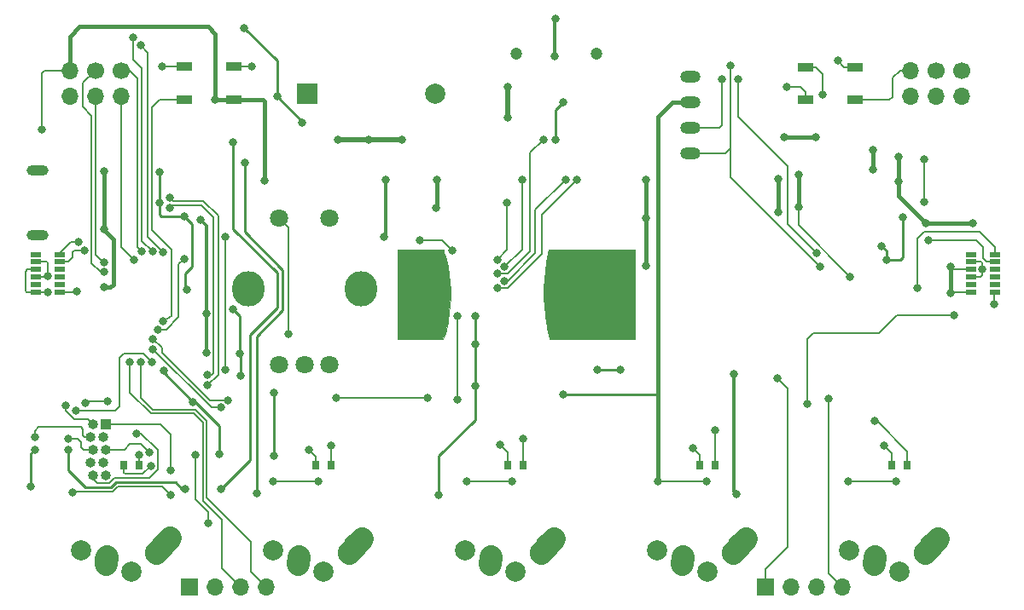
<source format=gtl>
G04 #@! TF.GenerationSoftware,KiCad,Pcbnew,(5.1.0)-1*
G04 #@! TF.CreationDate,2019-06-03T00:00:12-06:00*
G04 #@! TF.ProjectId,laser-theremin,6c617365-722d-4746-9865-72656d696e2e,rev?*
G04 #@! TF.SameCoordinates,Original*
G04 #@! TF.FileFunction,Copper,L1,Top*
G04 #@! TF.FilePolarity,Positive*
%FSLAX46Y46*%
G04 Gerber Fmt 4.6, Leading zero omitted, Abs format (unit mm)*
G04 Created by KiCad (PCBNEW (5.1.0)-1) date 2019-06-03 00:00:12*
%MOMM*%
%LPD*%
G04 APERTURE LIST*
%ADD10C,0.010000*%
%ADD11C,1.800000*%
%ADD12O,3.200000X3.500000*%
%ADD13C,2.250000*%
%ADD14C,2.250000*%
%ADD15C,2.000000*%
%ADD16R,2.000000X2.000000*%
%ADD17C,1.700000*%
%ADD18O,1.700000X1.700000*%
%ADD19C,1.200000*%
%ADD20R,1.000000X0.550000*%
%ADD21O,2.150000X1.050000*%
%ADD22R,1.498600X0.899160*%
%ADD23R,0.762000X0.889000*%
%ADD24O,2.000000X1.200000*%
%ADD25R,1.700000X1.700000*%
%ADD26O,1.000000X1.000000*%
%ADD27R,1.000000X1.000000*%
%ADD28C,0.800000*%
%ADD29C,0.177800*%
%ADD30C,0.381000*%
%ADD31C,0.508000*%
%ADD32C,0.254000*%
%ADD33C,0.304800*%
%ADD34C,0.200000*%
G04 APERTURE END LIST*
D10*
G36*
X158948000Y-96408500D02*
G01*
X150504132Y-96408500D01*
X150483356Y-96329125D01*
X150408669Y-96027546D01*
X150334538Y-95697443D01*
X150263859Y-95352560D01*
X150199529Y-95006641D01*
X150176360Y-94871886D01*
X150052106Y-94005999D01*
X149968699Y-93135918D01*
X149926084Y-92263993D01*
X149924208Y-91392576D01*
X149963017Y-90524016D01*
X150042456Y-89660666D01*
X150162471Y-88804874D01*
X150323008Y-87958992D01*
X150337076Y-87894208D01*
X150424049Y-87497333D01*
X158948000Y-87497333D01*
X158948000Y-96408500D01*
X158948000Y-96408500D01*
G37*
X158948000Y-96408500D02*
X150504132Y-96408500D01*
X150483356Y-96329125D01*
X150408669Y-96027546D01*
X150334538Y-95697443D01*
X150263859Y-95352560D01*
X150199529Y-95006641D01*
X150176360Y-94871886D01*
X150052106Y-94005999D01*
X149968699Y-93135918D01*
X149926084Y-92263993D01*
X149924208Y-91392576D01*
X149963017Y-90524016D01*
X150042456Y-89660666D01*
X150162471Y-88804874D01*
X150323008Y-87958992D01*
X150337076Y-87894208D01*
X150424049Y-87497333D01*
X158948000Y-87497333D01*
X158948000Y-96408500D01*
G36*
X139949470Y-87507917D02*
G01*
X140029376Y-87772500D01*
X140227895Y-88501997D01*
X140387625Y-89245772D01*
X140508322Y-90000597D01*
X140589740Y-90763241D01*
X140631634Y-91530477D01*
X140633758Y-92299074D01*
X140595868Y-93065803D01*
X140517719Y-93827436D01*
X140499357Y-93963750D01*
X140443742Y-94322432D01*
X140375442Y-94697325D01*
X140296979Y-95076964D01*
X140210875Y-95449886D01*
X140119651Y-95804627D01*
X140025828Y-96129724D01*
X140015754Y-96162233D01*
X139938877Y-96408500D01*
X135389500Y-96408500D01*
X135389500Y-87497143D01*
X139949470Y-87507917D01*
X139949470Y-87507917D01*
G37*
X139949470Y-87507917D02*
X140029376Y-87772500D01*
X140227895Y-88501997D01*
X140387625Y-89245772D01*
X140508322Y-90000597D01*
X140589740Y-90763241D01*
X140631634Y-91530477D01*
X140633758Y-92299074D01*
X140595868Y-93065803D01*
X140517719Y-93827436D01*
X140499357Y-93963750D01*
X140443742Y-94322432D01*
X140375442Y-94697325D01*
X140296979Y-95076964D01*
X140210875Y-95449886D01*
X140119651Y-95804627D01*
X140025828Y-96129724D01*
X140015754Y-96162233D01*
X139938877Y-96408500D01*
X135389500Y-96408500D01*
X135389500Y-87497143D01*
X139949470Y-87507917D01*
D11*
X126170000Y-98930000D03*
X128670000Y-84430000D03*
X123670000Y-84430000D03*
X123670000Y-98930000D03*
X128670000Y-98930000D03*
D12*
X131770000Y-91430000D03*
X120570000Y-91430000D03*
D13*
X106480000Y-118390000D03*
D14*
X106505506Y-118015868D02*
X106454494Y-118764132D01*
D15*
X108990000Y-119540000D03*
X103990000Y-117440000D03*
D13*
X111490000Y-117640000D03*
X112145005Y-116910004D03*
D14*
X112800000Y-116180000D02*
X111490010Y-117640008D01*
D13*
X125555000Y-118410000D03*
D14*
X125580506Y-118035868D02*
X125529494Y-118784132D01*
D15*
X128065000Y-119560000D03*
X123065000Y-117460000D03*
D13*
X130565000Y-117660000D03*
X131220005Y-116930004D03*
D14*
X131875000Y-116200000D02*
X130565010Y-117660008D01*
D13*
X144605000Y-118410000D03*
D14*
X144630506Y-118035868D02*
X144579494Y-118784132D01*
D15*
X147115000Y-119560000D03*
X142115000Y-117460000D03*
D13*
X149615000Y-117660000D03*
X150270005Y-116930004D03*
D14*
X150925000Y-116200000D02*
X149615010Y-117660008D01*
D13*
X163655000Y-118410000D03*
D14*
X163680506Y-118035868D02*
X163629494Y-118784132D01*
D15*
X166165000Y-119560000D03*
X161165000Y-117460000D03*
D13*
X168665000Y-117660000D03*
X169320005Y-116930004D03*
D14*
X169975000Y-116200000D02*
X168665010Y-117660008D01*
D13*
X182705000Y-118410000D03*
D14*
X182730506Y-118035868D02*
X182679494Y-118784132D01*
D15*
X185215000Y-119560000D03*
X180215000Y-117460000D03*
D13*
X187715000Y-117660000D03*
X188370005Y-116930004D03*
D14*
X189025000Y-116200000D02*
X187715010Y-117660008D01*
D15*
X139150000Y-72000000D03*
D16*
X126450000Y-72000000D03*
D17*
X191340000Y-69710000D03*
D18*
X191340000Y-72250000D03*
D17*
X188800000Y-69710000D03*
D18*
X188800000Y-72250000D03*
X186260000Y-69710000D03*
X186260000Y-72250000D03*
D17*
X107990000Y-69710000D03*
D18*
X107990000Y-72250000D03*
D17*
X105450000Y-69710000D03*
D18*
X105450000Y-72250000D03*
X102910000Y-69710000D03*
X102910000Y-72250000D03*
D19*
X155130000Y-68090000D03*
X147150000Y-68090000D03*
D20*
X99510000Y-91750000D03*
X99510000Y-91000000D03*
X99510000Y-90250000D03*
X99510000Y-89500000D03*
X99510000Y-88750000D03*
X99510000Y-88000000D03*
X101910000Y-91750000D03*
X101910000Y-89500000D03*
X101910000Y-88750000D03*
X101910000Y-88000000D03*
X101910000Y-90250000D03*
X101910000Y-91000000D03*
X194670000Y-91000000D03*
X194670000Y-90250000D03*
X194670000Y-88000000D03*
X194670000Y-88750000D03*
X194670000Y-89500000D03*
X194670000Y-91750000D03*
X192270000Y-88000000D03*
X192270000Y-88750000D03*
X192270000Y-89500000D03*
X192270000Y-90250000D03*
X192270000Y-91000000D03*
X192270000Y-91750000D03*
D21*
X99650000Y-79645000D03*
X99650000Y-86095000D03*
D22*
X114231440Y-69301540D03*
X114231440Y-72598460D03*
X119128560Y-72598460D03*
X119128560Y-69301540D03*
X180778560Y-69371540D03*
X180778560Y-72668460D03*
X175881440Y-72668460D03*
X175881440Y-69371540D03*
D23*
X109782000Y-108910000D03*
X108258000Y-108910000D03*
X127303000Y-108910000D03*
X128827000Y-108910000D03*
X147877000Y-108910000D03*
X146353000Y-108910000D03*
X165403000Y-108910000D03*
X166927000Y-108910000D03*
X184453000Y-108910000D03*
X185977000Y-108910000D03*
D24*
X164430000Y-70340000D03*
X164430000Y-72880000D03*
X164430000Y-75420000D03*
X164430000Y-77960000D03*
D25*
X171870000Y-121040000D03*
D18*
X174410000Y-121040000D03*
X176950000Y-121040000D03*
X179490000Y-121040000D03*
X122350000Y-121050000D03*
X119810000Y-121050000D03*
X117270000Y-121050000D03*
D25*
X114730000Y-121050000D03*
D26*
X105170000Y-109940000D03*
X106440000Y-109940000D03*
X104970000Y-108670000D03*
X106240000Y-108670000D03*
X105170000Y-107400000D03*
X106440000Y-107400000D03*
X104970000Y-106130000D03*
X106240000Y-106130000D03*
X105170000Y-104860000D03*
D27*
X106440000Y-104860000D03*
D28*
X112020000Y-69290000D03*
X185100000Y-78290000D03*
X185100000Y-80760000D03*
X190280000Y-89190000D03*
X129470000Y-76590000D03*
X135870000Y-76620000D03*
X132530000Y-76590000D03*
X146320000Y-71400000D03*
X146320000Y-74370000D03*
X187820000Y-84900000D03*
X192490000Y-84870000D03*
X190260000Y-91850000D03*
X143090000Y-96910000D03*
X143100000Y-94140000D03*
X155200000Y-99440000D03*
X157550000Y-99450000D03*
X106300000Y-85520000D03*
X173150000Y-83770000D03*
X173140000Y-80520000D03*
X139270000Y-80600000D03*
X139250000Y-83370000D03*
X106300000Y-79720000D03*
X143090000Y-101100000D03*
X139480000Y-111910000D03*
X160020000Y-80620000D03*
X160020000Y-84400000D03*
X160020000Y-89130000D03*
X177580000Y-72100000D03*
X176870000Y-76370000D03*
X173750000Y-76360000D03*
X99410000Y-107440000D03*
X99050000Y-111050000D03*
X110800000Y-107680000D03*
X116590000Y-114690000D03*
X123150000Y-108030000D03*
X123140000Y-101740000D03*
X111830000Y-82890000D03*
X111820000Y-79790000D03*
X112180000Y-99560000D03*
X115120000Y-102660000D03*
X114270000Y-84200000D03*
X100710000Y-91790000D03*
X106290000Y-91280000D03*
X117750000Y-107890000D03*
X119780000Y-97900000D03*
X119810000Y-100040000D03*
X115320000Y-107910000D03*
X168770000Y-99920000D03*
X169040000Y-111860000D03*
X151020000Y-68320000D03*
X151060000Y-64550000D03*
X114500000Y-91480000D03*
X119100000Y-93470000D03*
X125950000Y-74880000D03*
X123440000Y-72280000D03*
X120180000Y-65500000D03*
X123080000Y-110530000D03*
X127570000Y-110530000D03*
X142300000Y-110530000D03*
X146730000Y-110530000D03*
X161250000Y-110530000D03*
X166060000Y-110530000D03*
X180090000Y-110530000D03*
X184820000Y-110530000D03*
X100100000Y-75590000D03*
X117330000Y-72620000D03*
X122230000Y-80670000D03*
X175190000Y-80120000D03*
X175190000Y-83260000D03*
X180320000Y-90220000D03*
X151050000Y-76610000D03*
X151830000Y-72880000D03*
X151830000Y-101960000D03*
X103170000Y-111680000D03*
X112860000Y-111910000D03*
X112900000Y-109460000D03*
X116440000Y-97750000D03*
X115890000Y-84590000D03*
X116440000Y-93900000D03*
X182550000Y-77630000D03*
X182590000Y-79540000D03*
X193450000Y-89440000D03*
X183940000Y-88570000D03*
X185550000Y-84340000D03*
X183460000Y-87160000D03*
X100725000Y-90125000D03*
X146280000Y-82870000D03*
X187660000Y-82800000D03*
X187660000Y-78590000D03*
X145310000Y-88540000D03*
X111610000Y-95470000D03*
X114240000Y-88430000D03*
X134100000Y-86290000D03*
X134210000Y-80630000D03*
X118300000Y-99500000D03*
X118340000Y-86300000D03*
X103555000Y-91695000D03*
X190620000Y-94060000D03*
X129310000Y-102240000D03*
X138370000Y-102240000D03*
X176090000Y-102820000D03*
X194570000Y-92920000D03*
X102500000Y-103060000D03*
X99420000Y-106150000D03*
X106640000Y-102630000D03*
X104460000Y-102770000D03*
X152080000Y-80560000D03*
X146040000Y-90640000D03*
X153200000Y-80550000D03*
X145310000Y-91340000D03*
X149860000Y-76570000D03*
X145310000Y-89940000D03*
X147750000Y-80550000D03*
X146030000Y-89240000D03*
X188040000Y-86570000D03*
X104330000Y-87600000D03*
X167630000Y-70600000D03*
X169170000Y-70610000D03*
X177000000Y-87880000D03*
X106290000Y-88760000D03*
X168410000Y-69220000D03*
X177330000Y-89220000D03*
X106270000Y-89770000D03*
X186960000Y-91310000D03*
X103720000Y-86790000D03*
X137650000Y-86590000D03*
X140860000Y-87590000D03*
X116550000Y-99975000D03*
X112810000Y-83415000D03*
X116550000Y-101025000D03*
X112810000Y-82365000D03*
X109160000Y-66480000D03*
X111100000Y-87730000D03*
X112170000Y-87780000D03*
X109910000Y-67220000D03*
X109260000Y-88560000D03*
X110010000Y-87720000D03*
X120930000Y-69290000D03*
X174000000Y-71380000D03*
X164680000Y-107250000D03*
X112140000Y-94610000D03*
X124590000Y-95950000D03*
X109780000Y-107950000D03*
X110920000Y-109040000D03*
X126580000Y-107410000D03*
X128820000Y-107010000D03*
X147880000Y-106290000D03*
X145610000Y-106960000D03*
X166910000Y-105520000D03*
X183690000Y-107000000D03*
X182710000Y-104580000D03*
X121460000Y-111780000D03*
X120240000Y-78900000D03*
X178160000Y-102330000D03*
X173080000Y-100320000D03*
X179080000Y-68750000D03*
X109930000Y-98720000D03*
X108830000Y-98730000D03*
X141360000Y-94150000D03*
X141360000Y-102460000D03*
X109510000Y-105780000D03*
X102700000Y-106300000D03*
X103500000Y-103530000D03*
X111030000Y-98720000D03*
X111140000Y-96390000D03*
X118570000Y-102490000D03*
X111120000Y-97400000D03*
X117860000Y-103210000D03*
X102710000Y-107430000D03*
X114360000Y-111300000D03*
X117870000Y-111310000D03*
X119110000Y-76850000D03*
D29*
X112031540Y-69301540D02*
X112020000Y-69290000D01*
X114231440Y-69301540D02*
X112031540Y-69301540D01*
X99510000Y-89500000D02*
X98690000Y-89500000D01*
X98690000Y-89500000D02*
X98470000Y-89720000D01*
X98470000Y-89720000D02*
X98470000Y-91620000D01*
X98600000Y-91750000D02*
X99510000Y-91750000D01*
X98470000Y-91620000D02*
X98600000Y-91750000D01*
X192270000Y-89500000D02*
X191050000Y-89500000D01*
D30*
X185100000Y-78290000D02*
X185100000Y-80760000D01*
D29*
X191050000Y-89500000D02*
X190590000Y-89500000D01*
X190590000Y-89500000D02*
X190280000Y-89190000D01*
D31*
X129470000Y-76590000D02*
X132530000Y-76590000D01*
X135840000Y-76590000D02*
X135870000Y-76620000D01*
X132530000Y-76590000D02*
X135840000Y-76590000D01*
X146320000Y-71400000D02*
X146320000Y-74370000D01*
D30*
X185100000Y-80760000D02*
X185100000Y-82180000D01*
X185100000Y-82180000D02*
X187820000Y-84900000D01*
X187820000Y-84900000D02*
X192460000Y-84900000D01*
X192460000Y-84900000D02*
X192490000Y-84870000D01*
X190280000Y-89190000D02*
X190280000Y-91830000D01*
X190280000Y-91830000D02*
X190260000Y-91850000D01*
D29*
X190360000Y-91750000D02*
X190260000Y-91850000D01*
X192270000Y-91750000D02*
X190360000Y-91750000D01*
D32*
X143090000Y-96910000D02*
X143090000Y-94150000D01*
X143090000Y-94150000D02*
X143100000Y-94140000D01*
X155200000Y-99440000D02*
X157540000Y-99440000D01*
X157540000Y-99440000D02*
X157550000Y-99450000D01*
D30*
X173150000Y-83770000D02*
X173150000Y-80530000D01*
X173150000Y-80530000D02*
X173140000Y-80520000D01*
X139270000Y-80600000D02*
X139270000Y-83350000D01*
X139270000Y-83350000D02*
X139250000Y-83370000D01*
X106300000Y-85520000D02*
X106300000Y-79720000D01*
D32*
X143090000Y-96910000D02*
X143090000Y-101100000D01*
X143090000Y-101100000D02*
X143090000Y-104440000D01*
X143090000Y-104440000D02*
X139490000Y-108040000D01*
X139490000Y-108040000D02*
X139490000Y-111900000D01*
X139490000Y-111900000D02*
X139480000Y-111910000D01*
D30*
X160020000Y-80620000D02*
X160020000Y-84400000D01*
X160020000Y-84400000D02*
X160020000Y-89130000D01*
D29*
X175881440Y-69371540D02*
X176881540Y-69371540D01*
X177580000Y-70070000D02*
X177580000Y-72100000D01*
X176881540Y-69371540D02*
X177580000Y-70070000D01*
D30*
X176870000Y-76370000D02*
X173760000Y-76370000D01*
X173760000Y-76370000D02*
X173750000Y-76360000D01*
D32*
X99410000Y-107440000D02*
X99050000Y-107800000D01*
X99050000Y-107800000D02*
X99050000Y-111050000D01*
D29*
X106440000Y-107400000D02*
X108320000Y-107400000D01*
X108320000Y-107400000D02*
X108870000Y-106850000D01*
X108870000Y-106850000D02*
X109970000Y-106850000D01*
X109970000Y-106850000D02*
X110800000Y-107680000D01*
D32*
X123150000Y-108030000D02*
X123150000Y-101750000D01*
X123150000Y-101750000D02*
X123140000Y-101740000D01*
X111830000Y-82890000D02*
X111830000Y-79800000D01*
X111830000Y-79800000D02*
X111820000Y-79790000D01*
X112180000Y-99560000D02*
X112180000Y-99720000D01*
X112180000Y-99720000D02*
X115120000Y-102660000D01*
X114340000Y-89910000D02*
X115050000Y-89200000D01*
X115050000Y-89200000D02*
X115050000Y-84980000D01*
X115050000Y-84980000D02*
X114270000Y-84200000D01*
X111830000Y-82890000D02*
X111830000Y-84050000D01*
X111980000Y-84200000D02*
X114270000Y-84200000D01*
X111830000Y-84050000D02*
X111980000Y-84200000D01*
D29*
X99550000Y-91790000D02*
X99510000Y-91750000D01*
X100710000Y-91790000D02*
X99550000Y-91790000D01*
D30*
X106290000Y-91280000D02*
X106910000Y-91280000D01*
X106910000Y-91280000D02*
X107220000Y-90970000D01*
X107220000Y-90970000D02*
X107220000Y-86520000D01*
D32*
X106300000Y-85600000D02*
X106300000Y-85520000D01*
D30*
X107220000Y-86520000D02*
X106300000Y-85600000D01*
D32*
X115120000Y-102660000D02*
X115330000Y-102660000D01*
X115330000Y-102660000D02*
X117750000Y-105080000D01*
X117750000Y-105080000D02*
X117750000Y-107890000D01*
X119780000Y-97900000D02*
X119810000Y-97930000D01*
X119810000Y-97930000D02*
X119810000Y-100040000D01*
D29*
X116590000Y-113640000D02*
X116590000Y-114690000D01*
X115320000Y-112370000D02*
X116590000Y-113640000D01*
X115320000Y-107700000D02*
X115320000Y-112370000D01*
D33*
X168770000Y-99920000D02*
X168770000Y-111590000D01*
X168770000Y-111590000D02*
X169040000Y-111860000D01*
X151020000Y-68320000D02*
X151020000Y-64590000D01*
X151020000Y-64590000D02*
X151060000Y-64550000D01*
D32*
X114340000Y-89910000D02*
X114340000Y-91320000D01*
X114340000Y-91320000D02*
X114500000Y-91480000D01*
X119780000Y-97900000D02*
X119780000Y-94150000D01*
X119780000Y-94150000D02*
X119100000Y-93470000D01*
X125950000Y-74880000D02*
X125950000Y-74790000D01*
X125950000Y-74790000D02*
X123440000Y-72280000D01*
X123440000Y-72280000D02*
X123440000Y-68760000D01*
X123440000Y-68760000D02*
X120180000Y-65500000D01*
D29*
X123080000Y-110530000D02*
X127570000Y-110530000D01*
X142300000Y-110530000D02*
X146730000Y-110530000D01*
X161250000Y-110530000D02*
X166060000Y-110530000D01*
X180090000Y-110530000D02*
X184820000Y-110530000D01*
X102910000Y-69710000D02*
X100380000Y-69710000D01*
X100380000Y-69710000D02*
X100100000Y-69990000D01*
X100100000Y-69990000D02*
X100100000Y-75590000D01*
D30*
X119128560Y-72598460D02*
X117351540Y-72598460D01*
X117351540Y-72598460D02*
X117330000Y-72620000D01*
X117330000Y-72620000D02*
X117330000Y-66070000D01*
X117330000Y-66070000D02*
X116640000Y-65380000D01*
X116640000Y-65380000D02*
X103870000Y-65380000D01*
X102910000Y-66340000D02*
X102910000Y-69710000D01*
X103870000Y-65380000D02*
X102910000Y-66340000D01*
X119128560Y-72598460D02*
X121528460Y-72598460D01*
X121528460Y-72598460D02*
X122058460Y-72598460D01*
X122058460Y-72598460D02*
X122230000Y-72770000D01*
X122230000Y-72770000D02*
X122230000Y-80670000D01*
X175190000Y-80120000D02*
X175190000Y-83260000D01*
D29*
X175190000Y-83260000D02*
X175190000Y-85090000D01*
X175190000Y-85090000D02*
X180320000Y-90220000D01*
D32*
X151050000Y-73660000D02*
X151830000Y-72880000D01*
X151050000Y-76610000D02*
X151050000Y-73660000D01*
D30*
X162660000Y-72880000D02*
X164430000Y-72880000D01*
X161250000Y-74290000D02*
X162660000Y-72880000D01*
D32*
X161250000Y-101600000D02*
X161250000Y-101800000D01*
D30*
X161250000Y-101600000D02*
X161250000Y-74290000D01*
X161250000Y-110530000D02*
X161250000Y-101600000D01*
D32*
X161090000Y-101960000D02*
X151830000Y-101960000D01*
X161250000Y-101800000D02*
X161090000Y-101960000D01*
D29*
X180778560Y-72668460D02*
X184181540Y-72668460D01*
X184181540Y-72668460D02*
X184510000Y-72340000D01*
X184510000Y-72340000D02*
X184510000Y-70450000D01*
X184510000Y-70450000D02*
X185250000Y-69710000D01*
X185250000Y-69710000D02*
X186250000Y-69710000D01*
X103170000Y-111680000D02*
X103250000Y-111600000D01*
X103250000Y-111600000D02*
X107150000Y-111600000D01*
X107150000Y-111600000D02*
X107650000Y-111100000D01*
X107650000Y-111100000D02*
X112050000Y-111100000D01*
X112050000Y-111100000D02*
X112860000Y-111910000D01*
X106440000Y-104860000D02*
X111870000Y-104860000D01*
X111870000Y-104860000D02*
X112900000Y-105890000D01*
X112900000Y-105890000D02*
X112900000Y-109460000D01*
D33*
X116440000Y-85140000D02*
X115890000Y-84590000D01*
X116440000Y-97750000D02*
X116440000Y-93900000D01*
X116440000Y-93900000D02*
X116440000Y-85140000D01*
D30*
X182550000Y-77630000D02*
X182590000Y-77670000D01*
X182590000Y-77670000D02*
X182590000Y-79540000D01*
D29*
X99510000Y-88750000D02*
X100600000Y-88750000D01*
X100600000Y-88750000D02*
X100740000Y-88890000D01*
X100740000Y-88890000D02*
X100740000Y-89430000D01*
X100740000Y-89430000D02*
X100740000Y-90110000D01*
X100600000Y-90250000D02*
X99510000Y-90250000D01*
X100740000Y-90110000D02*
X100725000Y-90125000D01*
X192270000Y-88750000D02*
X193290000Y-88750000D01*
X193290000Y-88750000D02*
X193450000Y-88910000D01*
X193450000Y-88910000D02*
X193450000Y-89440000D01*
X192270000Y-90250000D02*
X193270000Y-90250000D01*
X193450000Y-90070000D02*
X193450000Y-89440000D01*
X193270000Y-90250000D02*
X193450000Y-90070000D01*
D32*
X185290000Y-88570000D02*
X183940000Y-88570000D01*
X185550000Y-84340000D02*
X185550000Y-88310000D01*
X185550000Y-88310000D02*
X185290000Y-88570000D01*
X183940000Y-87640000D02*
X183940000Y-88570000D01*
X183460000Y-87160000D02*
X183940000Y-87640000D01*
D29*
X100725000Y-90125000D02*
X100600000Y-90250000D01*
X146270000Y-82880000D02*
X146280000Y-82870000D01*
X187660000Y-82800000D02*
X187660000Y-78590000D01*
X146280000Y-82870000D02*
X146280000Y-86630000D01*
X146280000Y-86630000D02*
X146280000Y-87570000D01*
X146280000Y-87570000D02*
X145310000Y-88540000D01*
X111610000Y-95470000D02*
X111620000Y-95460000D01*
X111620000Y-95460000D02*
X112440000Y-95460000D01*
X112440000Y-95460000D02*
X113680000Y-94220000D01*
X113680000Y-94220000D02*
X113680000Y-88990000D01*
X113680000Y-88990000D02*
X114240000Y-88430000D01*
D33*
X134100000Y-86290000D02*
X134210000Y-86180000D01*
X134210000Y-86180000D02*
X134210000Y-80630000D01*
D29*
X118340000Y-99460000D02*
X118340000Y-86300000D01*
X118300000Y-99500000D02*
X118340000Y-99460000D01*
X103500000Y-91750000D02*
X103555000Y-91695000D01*
X101910000Y-91750000D02*
X103500000Y-91750000D01*
X176090000Y-102820000D02*
X176090000Y-96450000D01*
X176090000Y-96450000D02*
X176670000Y-95870000D01*
X176670000Y-95870000D02*
X183170000Y-95870000D01*
X184980000Y-94060000D02*
X190620000Y-94060000D01*
X183170000Y-95870000D02*
X184980000Y-94060000D01*
X129310000Y-102240000D02*
X138370000Y-102240000D01*
X194570000Y-91850000D02*
X194670000Y-91750000D01*
X194570000Y-92920000D02*
X194570000Y-91850000D01*
X104890000Y-105140000D02*
X105170000Y-104860000D01*
X102500000Y-103060000D02*
X102500000Y-103550000D01*
X102500000Y-103550000D02*
X103340000Y-104390000D01*
X104700000Y-104390000D02*
X105170000Y-104860000D01*
X103340000Y-104390000D02*
X104700000Y-104390000D01*
X99420000Y-106150000D02*
X99440000Y-106130000D01*
X106640000Y-102630000D02*
X104600000Y-102630000D01*
X104600000Y-102630000D02*
X104460000Y-102770000D01*
X99420000Y-106150000D02*
X99420000Y-105540000D01*
X99420000Y-105540000D02*
X99810000Y-105150000D01*
X99810000Y-105150000D02*
X103970000Y-105150000D01*
X103970000Y-105150000D02*
X104210000Y-105390000D01*
X104210000Y-105390000D02*
X104210000Y-105970000D01*
X104370000Y-106130000D02*
X104970000Y-106130000D01*
X104210000Y-105970000D02*
X104370000Y-106130000D01*
X146040000Y-90640000D02*
X146170000Y-90640000D01*
X146320000Y-90640000D02*
X146040000Y-90640000D01*
X149070000Y-87890000D02*
X146320000Y-90640000D01*
X152080000Y-80560000D02*
X149070000Y-83570000D01*
X149070000Y-83570000D02*
X149070000Y-87890000D01*
X153210000Y-80560000D02*
X153200000Y-80550000D01*
X145310000Y-91340000D02*
X146320000Y-91340000D01*
X146320000Y-91340000D02*
X149700000Y-87960000D01*
X149700000Y-84050000D02*
X153200000Y-80550000D01*
X149700000Y-87960000D02*
X149700000Y-84050000D01*
X145310000Y-89940000D02*
X146320000Y-89940000D01*
X146320000Y-89940000D02*
X148530000Y-87730000D01*
X148530000Y-77900000D02*
X149860000Y-76570000D01*
X148530000Y-87730000D02*
X148530000Y-77900000D01*
X147750000Y-80550000D02*
X147750000Y-86660000D01*
X147750000Y-86660000D02*
X147750000Y-87510000D01*
X146030000Y-89230000D02*
X147750000Y-87510000D01*
X146030000Y-89240000D02*
X146030000Y-89230000D01*
X194670000Y-88750000D02*
X193880000Y-88750000D01*
X193880000Y-88750000D02*
X193860000Y-88750000D01*
X193860000Y-88750000D02*
X193460000Y-88350000D01*
X193460000Y-88350000D02*
X193460000Y-87250000D01*
X193460000Y-87250000D02*
X192780000Y-86570000D01*
X192780000Y-86570000D02*
X188040000Y-86570000D01*
X101910000Y-88750000D02*
X102700000Y-88750000D01*
X102700000Y-88750000D02*
X103140000Y-88310000D01*
X103140000Y-88310000D02*
X103140000Y-87760000D01*
X103140000Y-87760000D02*
X103300000Y-87600000D01*
X103300000Y-87600000D02*
X104330000Y-87600000D01*
X164430000Y-75420000D02*
X167360000Y-75420000D01*
X167360000Y-75420000D02*
X167630000Y-75150000D01*
X167630000Y-75150000D02*
X167630000Y-70600000D01*
X169170000Y-70610000D02*
X169060000Y-70720000D01*
X177000000Y-87880000D02*
X174070000Y-84950000D01*
X174070000Y-84950000D02*
X174070000Y-79250000D01*
X169170000Y-74350000D02*
X169170000Y-70610000D01*
X174070000Y-79250000D02*
X169170000Y-74350000D01*
X106180000Y-88760000D02*
X105450000Y-88030000D01*
X106290000Y-88760000D02*
X106180000Y-88760000D01*
X105450000Y-88030000D02*
X105450000Y-72250000D01*
X105050000Y-74200000D02*
X104190000Y-73340000D01*
X104190000Y-70970000D02*
X105450000Y-69710000D01*
X104190000Y-73340000D02*
X104190000Y-70970000D01*
X167920000Y-77960000D02*
X164430000Y-77960000D01*
X168410000Y-69220000D02*
X168410000Y-77470000D01*
X168410000Y-77470000D02*
X167920000Y-77960000D01*
X168410000Y-77470000D02*
X168410000Y-80300000D01*
X168410000Y-80300000D02*
X177330000Y-89220000D01*
X105920000Y-89770000D02*
X105050000Y-88900000D01*
X106270000Y-89770000D02*
X105920000Y-89770000D01*
X105050000Y-88900000D02*
X105050000Y-74200000D01*
X194670000Y-88000000D02*
X194670000Y-87260000D01*
X194670000Y-87260000D02*
X193140000Y-85730000D01*
X193140000Y-85730000D02*
X187620000Y-85730000D01*
X187620000Y-85730000D02*
X186960000Y-86390000D01*
X186960000Y-86390000D02*
X186960000Y-91310000D01*
X101910000Y-88000000D02*
X101910000Y-87890000D01*
X101910000Y-87890000D02*
X103010000Y-86790000D01*
X103010000Y-86790000D02*
X103720000Y-86790000D01*
X137650000Y-86590000D02*
X139860000Y-86590000D01*
X139860000Y-86590000D02*
X140860000Y-87590000D01*
D34*
X116963603Y-99975000D02*
X117145000Y-99793603D01*
X116550000Y-99975000D02*
X116963603Y-99975000D01*
X117145000Y-99793603D02*
X117145000Y-84353200D01*
X113110000Y-83115000D02*
X112810000Y-83415000D01*
X115906800Y-83115000D02*
X113110000Y-83115000D01*
X117145000Y-84353200D02*
X115906800Y-83115000D01*
X117595000Y-99980000D02*
X117595000Y-84166800D01*
X116550000Y-101025000D02*
X117595000Y-99980000D01*
X117595000Y-84166800D02*
X116093200Y-82665000D01*
X116093200Y-82665000D02*
X113110000Y-82665000D01*
X113110000Y-82665000D02*
X112810000Y-82365000D01*
D29*
X109160000Y-67150000D02*
X109160000Y-66670000D01*
X109160000Y-66480000D02*
X109160000Y-67310000D01*
X109160000Y-67310000D02*
X109160000Y-67150000D01*
X111100000Y-87730000D02*
X110050000Y-86680000D01*
X109160000Y-68630000D02*
X109160000Y-67310000D01*
X109750000Y-69220000D02*
X110050000Y-69520000D01*
X110050000Y-86680000D02*
X110050000Y-69520000D01*
X109750000Y-69220000D02*
X109160000Y-68630000D01*
X109890000Y-69360000D02*
X109750000Y-69220000D01*
X112170000Y-87780000D02*
X110630000Y-86240000D01*
X110630000Y-86240000D02*
X110630000Y-67940000D01*
X110630000Y-67940000D02*
X109910000Y-67220000D01*
X107990000Y-87290000D02*
X107990000Y-72250000D01*
X109260000Y-88560000D02*
X107990000Y-87290000D01*
X108790000Y-69710000D02*
X107990000Y-69710000D01*
X109600000Y-70520000D02*
X108790000Y-69710000D01*
X109600000Y-87310000D02*
X109600000Y-70520000D01*
X110010000Y-87720000D02*
X109600000Y-87310000D01*
X119140100Y-69290000D02*
X119128560Y-69301540D01*
X120930000Y-69290000D02*
X119140100Y-69290000D01*
X175881440Y-72668460D02*
X175881440Y-71871440D01*
X175881440Y-71871440D02*
X175390000Y-71380000D01*
X175390000Y-71380000D02*
X174000000Y-71380000D01*
X165403000Y-108910000D02*
X165403000Y-107973000D01*
X165403000Y-107973000D02*
X164680000Y-107250000D01*
X111831540Y-72598460D02*
X114231440Y-72598460D01*
X111040000Y-73390000D02*
X111831540Y-72598460D01*
X111040000Y-85590000D02*
X111040000Y-73390000D01*
X112140000Y-94610000D02*
X113020000Y-94120000D01*
X113020000Y-94120000D02*
X113020000Y-87570000D01*
X113020000Y-87570000D02*
X111040000Y-85590000D01*
X123560000Y-84540000D02*
X123670000Y-84430000D01*
X124590000Y-95950000D02*
X124600000Y-95940000D01*
X124600000Y-85360000D02*
X123670000Y-84430000D01*
X124600000Y-95940000D02*
X124600000Y-85360000D01*
X109770000Y-108898000D02*
X109782000Y-108910000D01*
X109782000Y-107952000D02*
X109782000Y-108910000D01*
X109780000Y-107950000D02*
X109782000Y-107952000D01*
X108258000Y-109678000D02*
X108258000Y-108910000D01*
X108420000Y-109840000D02*
X108258000Y-109678000D01*
X110120000Y-109840000D02*
X110920000Y-109040000D01*
X110110000Y-109840000D02*
X110120000Y-109840000D01*
X110110000Y-109840000D02*
X108420000Y-109840000D01*
X127303000Y-108910000D02*
X127303000Y-108133000D01*
X127303000Y-108133000D02*
X126580000Y-107410000D01*
X128820000Y-107010000D02*
X128827000Y-107017000D01*
X128827000Y-107017000D02*
X128827000Y-108910000D01*
X147877000Y-106293000D02*
X147877000Y-108910000D01*
X147880000Y-106290000D02*
X147877000Y-106293000D01*
X146353000Y-108910000D02*
X146353000Y-107703000D01*
X146353000Y-107703000D02*
X145610000Y-106960000D01*
X166927000Y-105537000D02*
X166927000Y-108910000D01*
X166910000Y-105520000D02*
X166927000Y-105537000D01*
X184453000Y-108910000D02*
X184453000Y-107763000D01*
X184453000Y-107763000D02*
X183690000Y-107000000D01*
X185980000Y-108907000D02*
X185977000Y-108910000D01*
X185977000Y-108910000D02*
X185977000Y-107587000D01*
X185977000Y-107587000D02*
X182970000Y-104580000D01*
X182970000Y-104580000D02*
X182710000Y-104580000D01*
D32*
X121460000Y-111780000D02*
X121460000Y-96140000D01*
X121460000Y-96140000D02*
X124020000Y-93580000D01*
X124020000Y-93580000D02*
X124020000Y-89530000D01*
X120240000Y-85750000D02*
X120240000Y-78900000D01*
X124020000Y-89530000D02*
X120240000Y-85750000D01*
D29*
X178170000Y-102340000D02*
X178160000Y-102330000D01*
X178160000Y-119730000D02*
X179500000Y-121070000D01*
X178160000Y-102330000D02*
X178160000Y-119730000D01*
X173090000Y-100330000D02*
X173080000Y-100320000D01*
X173090000Y-100320000D02*
X174080000Y-101310000D01*
X173080000Y-100320000D02*
X173090000Y-100320000D01*
X174080000Y-101310000D02*
X174080000Y-117040000D01*
X174080000Y-117040000D02*
X171880000Y-119240000D01*
X171880000Y-119240000D02*
X171880000Y-121070000D01*
X180778560Y-69371540D02*
X179701540Y-69371540D01*
X179701540Y-69371540D02*
X179080000Y-68750000D01*
X120880000Y-119570000D02*
X122380000Y-121070000D01*
X120880000Y-116600000D02*
X120880000Y-119570000D01*
X109930000Y-98720000D02*
X109930000Y-102290000D01*
X109930000Y-102290000D02*
X111080000Y-103440000D01*
X111080000Y-103440000D02*
X115340000Y-103440000D01*
X116485000Y-104585000D02*
X116485000Y-112205000D01*
X115340000Y-103440000D02*
X116485000Y-104585000D01*
X116485000Y-112205000D02*
X120880000Y-116600000D01*
X117990000Y-119220000D02*
X119840000Y-121070000D01*
X117990000Y-114370000D02*
X117990000Y-119220000D01*
X108830000Y-98730000D02*
X108830000Y-101730000D01*
X108830000Y-101730000D02*
X110920000Y-103820000D01*
X110920000Y-103820000D02*
X115180000Y-103820000D01*
X115180000Y-103820000D02*
X116100000Y-104740000D01*
X116100000Y-112480000D02*
X116190000Y-112570000D01*
X116100000Y-104740000D02*
X116100000Y-112480000D01*
X116190000Y-112570000D02*
X117990000Y-114370000D01*
X141360000Y-94150000D02*
X141360000Y-102460000D01*
X109510000Y-105780000D02*
X109700000Y-105780000D01*
X109960000Y-105780000D02*
X109510000Y-105780000D01*
X105170000Y-109940000D02*
X105170000Y-110290000D01*
X105170000Y-110290000D02*
X105630000Y-110750000D01*
X105630000Y-110750000D02*
X106800000Y-110750000D01*
X106800000Y-110750000D02*
X107320000Y-110230000D01*
X107320000Y-110230000D02*
X110810000Y-110230000D01*
X110810000Y-110230000D02*
X111640000Y-109400000D01*
X111640000Y-107460000D02*
X111510000Y-107330000D01*
X111640000Y-109400000D02*
X111640000Y-107460000D01*
X111650000Y-107470000D02*
X111510000Y-107330000D01*
X111510000Y-107330000D02*
X109960000Y-105780000D01*
X104260000Y-107400000D02*
X105170000Y-107400000D01*
X104030000Y-107170000D02*
X104260000Y-107400000D01*
X104030000Y-106640000D02*
X104030000Y-107170000D01*
X102700000Y-106300000D02*
X103690000Y-106300000D01*
X103690000Y-106300000D02*
X104030000Y-106640000D01*
X107800000Y-103120000D02*
X107390000Y-103530000D01*
X108260000Y-97850000D02*
X107800000Y-98310000D01*
X107390000Y-103530000D02*
X103500000Y-103530000D01*
X107800000Y-98310000D02*
X107800000Y-103120000D01*
X111030000Y-98720000D02*
X111030000Y-98700000D01*
X110180000Y-97850000D02*
X108260000Y-97850000D01*
X111030000Y-98700000D02*
X110180000Y-97850000D01*
X111140000Y-96390000D02*
X112010000Y-97260000D01*
X112010000Y-97260000D02*
X112010000Y-97740000D01*
X112010000Y-97740000D02*
X116760000Y-102490000D01*
X116760000Y-102490000D02*
X118570000Y-102490000D01*
X111120000Y-97400000D02*
X116930000Y-103210000D01*
X116930000Y-103210000D02*
X117860000Y-103210000D01*
D32*
X102710000Y-107430000D02*
X102700000Y-107440000D01*
X102710000Y-107430000D02*
X102710000Y-109500000D01*
X117870000Y-111310000D02*
X120730000Y-108450000D01*
X120730000Y-108450000D02*
X120730000Y-95990000D01*
X120730000Y-95990000D02*
X123450000Y-93270000D01*
X123450000Y-93270000D02*
X123450000Y-89800000D01*
X123450000Y-89800000D02*
X119110000Y-85460000D01*
X119110000Y-85460000D02*
X119110000Y-76850000D01*
X114360000Y-111300000D02*
X114020000Y-111300000D01*
X114020000Y-111300000D02*
X113370000Y-110650000D01*
X113370000Y-110650000D02*
X107510000Y-110650000D01*
X107510000Y-110650000D02*
X106980000Y-111180000D01*
X104390000Y-111180000D02*
X104150000Y-110940000D01*
X106980000Y-111180000D02*
X104390000Y-111180000D01*
X102710000Y-109500000D02*
X104150000Y-110940000D01*
M02*

</source>
